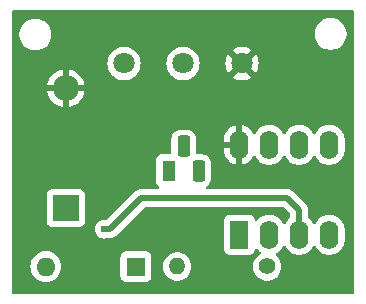
<source format=gbr>
%TF.GenerationSoftware,KiCad,Pcbnew,8.0.7*%
%TF.CreationDate,2025-02-24T23:57:51-05:00*%
%TF.ProjectId,pcb3,70636233-2e6b-4696-9361-645f70636258,rev?*%
%TF.SameCoordinates,Original*%
%TF.FileFunction,Copper,L2,Bot*%
%TF.FilePolarity,Positive*%
%FSLAX46Y46*%
G04 Gerber Fmt 4.6, Leading zero omitted, Abs format (unit mm)*
G04 Created by KiCad (PCBNEW 8.0.7) date 2025-02-24 23:57:51*
%MOMM*%
%LPD*%
G01*
G04 APERTURE LIST*
G04 Aperture macros list*
%AMRoundRect*
0 Rectangle with rounded corners*
0 $1 Rounding radius*
0 $2 $3 $4 $5 $6 $7 $8 $9 X,Y pos of 4 corners*
0 Add a 4 corners polygon primitive as box body*
4,1,4,$2,$3,$4,$5,$6,$7,$8,$9,$2,$3,0*
0 Add four circle primitives for the rounded corners*
1,1,$1+$1,$2,$3*
1,1,$1+$1,$4,$5*
1,1,$1+$1,$6,$7*
1,1,$1+$1,$8,$9*
0 Add four rect primitives between the rounded corners*
20,1,$1+$1,$2,$3,$4,$5,0*
20,1,$1+$1,$4,$5,$6,$7,0*
20,1,$1+$1,$6,$7,$8,$9,0*
20,1,$1+$1,$8,$9,$2,$3,0*%
G04 Aperture macros list end*
%TA.AperFunction,ComponentPad*%
%ADD10C,1.400000*%
%TD*%
%TA.AperFunction,ComponentPad*%
%ADD11O,1.400000X1.400000*%
%TD*%
%TA.AperFunction,ComponentPad*%
%ADD12R,1.600000X1.600000*%
%TD*%
%TA.AperFunction,ComponentPad*%
%ADD13O,1.600000X1.600000*%
%TD*%
%TA.AperFunction,ComponentPad*%
%ADD14R,2.200000X2.200000*%
%TD*%
%TA.AperFunction,ComponentPad*%
%ADD15O,2.200000X2.200000*%
%TD*%
%TA.AperFunction,ComponentPad*%
%ADD16R,1.100000X1.800000*%
%TD*%
%TA.AperFunction,ComponentPad*%
%ADD17RoundRect,0.275000X-0.275000X-0.625000X0.275000X-0.625000X0.275000X0.625000X-0.275000X0.625000X0*%
%TD*%
%TA.AperFunction,ComponentPad*%
%ADD18R,1.600000X2.400000*%
%TD*%
%TA.AperFunction,ComponentPad*%
%ADD19O,1.600000X2.400000*%
%TD*%
%TA.AperFunction,ComponentPad*%
%ADD20C,1.803400*%
%TD*%
%TA.AperFunction,ViaPad*%
%ADD21C,0.600000*%
%TD*%
%TA.AperFunction,Conductor*%
%ADD22C,0.508000*%
%TD*%
G04 APERTURE END LIST*
D10*
%TO.P,R4,1*%
%TO.N,Net-(U2A--)*%
X147130000Y-102180000D03*
D11*
%TO.P,R4,2*%
%TO.N,GND*%
X139510000Y-102180000D03*
%TD*%
D12*
%TO.P,D1,1,K*%
%TO.N,Net-(D1-K)*%
X136010000Y-102200000D03*
D13*
%TO.P,D1,2,A*%
%TO.N,GND*%
X128390000Y-102200000D03*
%TD*%
D14*
%TO.P,D2,1,K*%
%TO.N,Net-(D2-K)*%
X130070000Y-97260000D03*
D15*
%TO.P,D2,2,A*%
%TO.N,+5V*%
X130070000Y-87100000D03*
%TD*%
D16*
%TO.P,U1,1,VDD*%
%TO.N,Net-(D1-K)*%
X138800000Y-94100000D03*
D17*
%TO.P,U1,2,GND*%
%TO.N,GND*%
X140070000Y-92030000D03*
%TO.P,U1,3,OUT*%
%TO.N,Net-(U1-OUT)*%
X141340000Y-94100000D03*
%TD*%
D18*
%TO.P,U2,1*%
%TO.N,/OUT_5V*%
X144770000Y-99505000D03*
D19*
%TO.P,U2,2,-*%
%TO.N,Net-(U2A--)*%
X147310000Y-99505000D03*
%TO.P,U2,3,+*%
%TO.N,Net-(U2A-+)*%
X149850000Y-99505000D03*
%TO.P,U2,4,V-*%
%TO.N,GND*%
X152390000Y-99505000D03*
%TO.P,U2,5,+*%
%TO.N,unconnected-(U2B-+-Pad5)*%
X152390000Y-91885000D03*
%TO.P,U2,6,-*%
%TO.N,unconnected-(U2B---Pad6)*%
X149850000Y-91885000D03*
%TO.P,U2,7*%
%TO.N,unconnected-(U2-Pad7)*%
X147310000Y-91885000D03*
%TO.P,U2,8,V+*%
%TO.N,+5V*%
X144770000Y-91885000D03*
%TD*%
D20*
%TO.P,J1,1,Pin_1*%
%TO.N,+5V*%
X145000000Y-85000000D03*
%TO.P,J1,2,Pin_2*%
%TO.N,/OUT_5V*%
X140000000Y-85000000D03*
%TO.P,J1,3,Pin_3*%
%TO.N,GND*%
X135000000Y-85000000D03*
%TD*%
D21*
%TO.N,Net-(U2A-+)*%
X133320000Y-99030000D03*
%TO.N,+5V*%
X153020000Y-102180000D03*
X136475000Y-99475000D03*
%TD*%
D22*
%TO.N,Net-(U2A-+)*%
X133320000Y-99030000D02*
X133820000Y-99030000D01*
X136470000Y-96380000D02*
X148820000Y-96380000D01*
X148820000Y-96380000D02*
X149850000Y-97410000D01*
X133820000Y-99030000D02*
X136470000Y-96380000D01*
X149850000Y-97410000D02*
X149850000Y-99505000D01*
%TD*%
%TA.AperFunction,Conductor*%
%TO.N,+5V*%
G36*
X154442539Y-80520185D02*
G01*
X154488294Y-80572989D01*
X154499500Y-80624500D01*
X154499500Y-104375500D01*
X154479815Y-104442539D01*
X154427011Y-104488294D01*
X154375500Y-104499500D01*
X125624500Y-104499500D01*
X125557461Y-104479815D01*
X125511706Y-104427011D01*
X125500500Y-104375500D01*
X125500500Y-102199998D01*
X127084532Y-102199998D01*
X127084532Y-102200001D01*
X127104364Y-102426686D01*
X127104366Y-102426697D01*
X127163258Y-102646488D01*
X127163261Y-102646497D01*
X127259431Y-102852732D01*
X127259432Y-102852734D01*
X127389954Y-103039141D01*
X127550858Y-103200045D01*
X127550861Y-103200047D01*
X127737266Y-103330568D01*
X127943504Y-103426739D01*
X128163308Y-103485635D01*
X128325230Y-103499801D01*
X128389998Y-103505468D01*
X128390000Y-103505468D01*
X128390002Y-103505468D01*
X128446807Y-103500498D01*
X128616692Y-103485635D01*
X128836496Y-103426739D01*
X129042734Y-103330568D01*
X129229139Y-103200047D01*
X129390047Y-103039139D01*
X129520568Y-102852734D01*
X129616739Y-102646496D01*
X129675635Y-102426692D01*
X129695468Y-102200000D01*
X129675635Y-101973308D01*
X129616739Y-101753504D01*
X129520568Y-101547266D01*
X129422839Y-101407693D01*
X129390045Y-101360858D01*
X129381322Y-101352135D01*
X134709500Y-101352135D01*
X134709500Y-103047870D01*
X134709501Y-103047876D01*
X134715908Y-103107483D01*
X134766202Y-103242328D01*
X134766206Y-103242335D01*
X134852452Y-103357544D01*
X134852455Y-103357547D01*
X134967664Y-103443793D01*
X134967671Y-103443797D01*
X135102517Y-103494091D01*
X135102516Y-103494091D01*
X135109444Y-103494835D01*
X135162127Y-103500500D01*
X136857872Y-103500499D01*
X136917483Y-103494091D01*
X137052331Y-103443796D01*
X137167546Y-103357546D01*
X137253796Y-103242331D01*
X137304091Y-103107483D01*
X137310500Y-103047873D01*
X137310499Y-102179999D01*
X138304357Y-102179999D01*
X138304357Y-102180000D01*
X138324884Y-102401535D01*
X138324885Y-102401537D01*
X138385769Y-102615523D01*
X138385775Y-102615538D01*
X138484938Y-102814683D01*
X138484943Y-102814691D01*
X138619020Y-102992238D01*
X138783437Y-103142123D01*
X138783439Y-103142125D01*
X138972595Y-103259245D01*
X138972596Y-103259245D01*
X138972599Y-103259247D01*
X139180060Y-103339618D01*
X139398757Y-103380500D01*
X139398759Y-103380500D01*
X139621241Y-103380500D01*
X139621243Y-103380500D01*
X139839940Y-103339618D01*
X140047401Y-103259247D01*
X140236562Y-103142124D01*
X140400981Y-102992236D01*
X140535058Y-102814689D01*
X140634229Y-102615528D01*
X140695115Y-102401536D01*
X140715643Y-102180000D01*
X140695115Y-101958464D01*
X140634229Y-101744472D01*
X140536032Y-101547267D01*
X140535061Y-101545316D01*
X140535056Y-101545308D01*
X140400979Y-101367761D01*
X140236562Y-101217876D01*
X140236560Y-101217874D01*
X140047404Y-101100754D01*
X140047398Y-101100752D01*
X139839940Y-101020382D01*
X139621243Y-100979500D01*
X139398757Y-100979500D01*
X139180060Y-101020382D01*
X139060265Y-101066791D01*
X138972601Y-101100752D01*
X138972595Y-101100754D01*
X138783439Y-101217874D01*
X138783437Y-101217876D01*
X138619020Y-101367761D01*
X138484943Y-101545308D01*
X138484938Y-101545316D01*
X138385775Y-101744461D01*
X138385769Y-101744476D01*
X138324885Y-101958462D01*
X138324884Y-101958464D01*
X138304357Y-102179999D01*
X137310499Y-102179999D01*
X137310499Y-101352128D01*
X137304091Y-101292517D01*
X137289760Y-101254094D01*
X137253797Y-101157671D01*
X137253793Y-101157664D01*
X137167547Y-101042455D01*
X137167544Y-101042452D01*
X137052335Y-100956206D01*
X137052328Y-100956202D01*
X136917482Y-100905908D01*
X136917483Y-100905908D01*
X136857883Y-100899501D01*
X136857881Y-100899500D01*
X136857873Y-100899500D01*
X136857864Y-100899500D01*
X135162129Y-100899500D01*
X135162123Y-100899501D01*
X135102516Y-100905908D01*
X134967671Y-100956202D01*
X134967664Y-100956206D01*
X134852455Y-101042452D01*
X134852452Y-101042455D01*
X134766206Y-101157664D01*
X134766202Y-101157671D01*
X134715908Y-101292517D01*
X134709501Y-101352116D01*
X134709501Y-101352123D01*
X134709500Y-101352135D01*
X129381322Y-101352135D01*
X129229141Y-101199954D01*
X129042734Y-101069432D01*
X129042732Y-101069431D01*
X128836497Y-100973261D01*
X128836488Y-100973258D01*
X128616697Y-100914366D01*
X128616693Y-100914365D01*
X128616692Y-100914365D01*
X128616691Y-100914364D01*
X128616686Y-100914364D01*
X128390002Y-100894532D01*
X128389998Y-100894532D01*
X128163313Y-100914364D01*
X128163302Y-100914366D01*
X127943511Y-100973258D01*
X127943502Y-100973261D01*
X127737267Y-101069431D01*
X127737265Y-101069432D01*
X127550858Y-101199954D01*
X127389954Y-101360858D01*
X127259432Y-101547265D01*
X127259431Y-101547267D01*
X127163261Y-101753502D01*
X127163258Y-101753511D01*
X127104366Y-101973302D01*
X127104364Y-101973313D01*
X127084532Y-102199998D01*
X125500500Y-102199998D01*
X125500500Y-99029996D01*
X132514435Y-99029996D01*
X132514435Y-99030003D01*
X132534630Y-99209249D01*
X132534631Y-99209254D01*
X132594211Y-99379523D01*
X132690184Y-99532262D01*
X132817738Y-99659816D01*
X132879505Y-99698627D01*
X132970027Y-99755506D01*
X132970478Y-99755789D01*
X133072417Y-99791459D01*
X133140745Y-99815368D01*
X133140750Y-99815369D01*
X133319996Y-99835565D01*
X133320000Y-99835565D01*
X133320004Y-99835565D01*
X133499249Y-99815369D01*
X133499251Y-99815368D01*
X133499255Y-99815368D01*
X133499258Y-99815366D01*
X133499262Y-99815366D01*
X133567585Y-99791459D01*
X133608540Y-99784500D01*
X133739554Y-99784500D01*
X133739574Y-99784501D01*
X133745688Y-99784501D01*
X133894314Y-99784501D01*
X134015894Y-99760315D01*
X134015894Y-99760316D01*
X134015900Y-99760313D01*
X134040080Y-99755505D01*
X134113532Y-99725080D01*
X134177389Y-99698630D01*
X134300966Y-99616059D01*
X136746206Y-97170819D01*
X136807529Y-97137334D01*
X136833887Y-97134500D01*
X148456113Y-97134500D01*
X148523152Y-97154185D01*
X148543794Y-97170819D01*
X149059181Y-97686206D01*
X149092666Y-97747529D01*
X149095500Y-97773887D01*
X149095500Y-97982488D01*
X149075815Y-98049527D01*
X149044385Y-98082806D01*
X149002787Y-98113028D01*
X149002782Y-98113032D01*
X148858028Y-98257786D01*
X148737715Y-98423386D01*
X148690485Y-98516080D01*
X148642510Y-98566876D01*
X148574689Y-98583671D01*
X148508554Y-98561134D01*
X148469515Y-98516080D01*
X148468883Y-98514840D01*
X148422287Y-98423390D01*
X148405427Y-98400184D01*
X148301971Y-98257786D01*
X148157213Y-98113028D01*
X147991613Y-97992715D01*
X147991612Y-97992714D01*
X147991610Y-97992713D01*
X147934653Y-97963691D01*
X147809223Y-97899781D01*
X147614534Y-97836522D01*
X147439995Y-97808878D01*
X147412352Y-97804500D01*
X147207648Y-97804500D01*
X147183329Y-97808351D01*
X147005465Y-97836522D01*
X146810776Y-97899781D01*
X146628386Y-97992715D01*
X146462786Y-98113028D01*
X146318032Y-98257782D01*
X146291668Y-98294070D01*
X146236338Y-98336735D01*
X146166724Y-98342714D01*
X146104929Y-98310108D01*
X146070572Y-98249269D01*
X146068060Y-98234438D01*
X146067640Y-98230533D01*
X146064091Y-98197517D01*
X146013796Y-98062669D01*
X146013795Y-98062668D01*
X146013793Y-98062664D01*
X145927547Y-97947455D01*
X145927544Y-97947452D01*
X145812335Y-97861206D01*
X145812328Y-97861202D01*
X145677482Y-97810908D01*
X145677483Y-97810908D01*
X145617883Y-97804501D01*
X145617881Y-97804500D01*
X145617873Y-97804500D01*
X145617864Y-97804500D01*
X143922129Y-97804500D01*
X143922123Y-97804501D01*
X143862516Y-97810908D01*
X143727671Y-97861202D01*
X143727664Y-97861206D01*
X143612455Y-97947452D01*
X143612452Y-97947455D01*
X143526206Y-98062664D01*
X143526202Y-98062671D01*
X143475908Y-98197517D01*
X143469501Y-98257116D01*
X143469500Y-98257135D01*
X143469500Y-100752870D01*
X143469501Y-100752876D01*
X143475908Y-100812483D01*
X143526202Y-100947328D01*
X143526206Y-100947335D01*
X143612452Y-101062544D01*
X143612455Y-101062547D01*
X143727664Y-101148793D01*
X143727671Y-101148797D01*
X143862517Y-101199091D01*
X143862516Y-101199091D01*
X143869444Y-101199835D01*
X143922127Y-101205500D01*
X145617872Y-101205499D01*
X145677483Y-101199091D01*
X145812331Y-101148796D01*
X145927546Y-101062546D01*
X146013796Y-100947331D01*
X146064091Y-100812483D01*
X146068061Y-100775556D01*
X146094796Y-100711011D01*
X146152188Y-100671161D01*
X146222013Y-100668666D01*
X146282102Y-100704317D01*
X146291667Y-100715929D01*
X146318032Y-100752217D01*
X146462786Y-100896971D01*
X146524555Y-100941848D01*
X146567221Y-100997177D01*
X146573200Y-101066791D01*
X146540595Y-101128586D01*
X146516948Y-101147593D01*
X146403436Y-101217877D01*
X146239020Y-101367761D01*
X146104943Y-101545308D01*
X146104938Y-101545316D01*
X146005775Y-101744461D01*
X146005769Y-101744476D01*
X145944885Y-101958462D01*
X145944884Y-101958464D01*
X145924357Y-102179999D01*
X145924357Y-102180000D01*
X145944884Y-102401535D01*
X145944885Y-102401537D01*
X146005769Y-102615523D01*
X146005775Y-102615538D01*
X146104938Y-102814683D01*
X146104943Y-102814691D01*
X146239020Y-102992238D01*
X146403437Y-103142123D01*
X146403439Y-103142125D01*
X146592595Y-103259245D01*
X146592596Y-103259245D01*
X146592599Y-103259247D01*
X146800060Y-103339618D01*
X147018757Y-103380500D01*
X147018759Y-103380500D01*
X147241241Y-103380500D01*
X147241243Y-103380500D01*
X147459940Y-103339618D01*
X147667401Y-103259247D01*
X147856562Y-103142124D01*
X148020981Y-102992236D01*
X148155058Y-102814689D01*
X148254229Y-102615528D01*
X148315115Y-102401536D01*
X148335643Y-102180000D01*
X148315115Y-101958464D01*
X148254229Y-101744472D01*
X148156032Y-101547267D01*
X148155061Y-101545316D01*
X148155056Y-101545308D01*
X148020979Y-101367761D01*
X147896292Y-101254094D01*
X147860010Y-101194383D01*
X147861771Y-101124535D01*
X147901015Y-101066728D01*
X147923532Y-101051974D01*
X147991610Y-101017287D01*
X148052211Y-100973258D01*
X148157213Y-100896971D01*
X148157215Y-100896968D01*
X148157219Y-100896966D01*
X148301966Y-100752219D01*
X148301968Y-100752215D01*
X148301971Y-100752213D01*
X148422284Y-100586614D01*
X148422285Y-100586613D01*
X148422287Y-100586610D01*
X148469516Y-100493917D01*
X148517489Y-100443123D01*
X148585310Y-100426328D01*
X148651445Y-100448865D01*
X148690485Y-100493919D01*
X148737715Y-100586614D01*
X148858028Y-100752213D01*
X149002786Y-100896971D01*
X149116380Y-100979500D01*
X149168390Y-101017287D01*
X149265547Y-101066791D01*
X149350776Y-101110218D01*
X149350778Y-101110218D01*
X149350781Y-101110220D01*
X149455137Y-101144127D01*
X149545465Y-101173477D01*
X149646557Y-101189488D01*
X149747648Y-101205500D01*
X149747649Y-101205500D01*
X149952351Y-101205500D01*
X149952352Y-101205500D01*
X150154534Y-101173477D01*
X150349219Y-101110220D01*
X150531610Y-101017287D01*
X150673270Y-100914366D01*
X150697213Y-100896971D01*
X150697215Y-100896968D01*
X150697219Y-100896966D01*
X150841966Y-100752219D01*
X150841968Y-100752215D01*
X150841971Y-100752213D01*
X150962284Y-100586614D01*
X150962285Y-100586613D01*
X150962287Y-100586610D01*
X151009516Y-100493917D01*
X151057489Y-100443123D01*
X151125310Y-100426328D01*
X151191445Y-100448865D01*
X151230485Y-100493919D01*
X151277715Y-100586614D01*
X151398028Y-100752213D01*
X151542786Y-100896971D01*
X151656380Y-100979500D01*
X151708390Y-101017287D01*
X151805547Y-101066791D01*
X151890776Y-101110218D01*
X151890778Y-101110218D01*
X151890781Y-101110220D01*
X151995137Y-101144127D01*
X152085465Y-101173477D01*
X152186557Y-101189488D01*
X152287648Y-101205500D01*
X152287649Y-101205500D01*
X152492351Y-101205500D01*
X152492352Y-101205500D01*
X152694534Y-101173477D01*
X152889219Y-101110220D01*
X153071610Y-101017287D01*
X153213270Y-100914366D01*
X153237213Y-100896971D01*
X153237215Y-100896968D01*
X153237219Y-100896966D01*
X153381966Y-100752219D01*
X153381968Y-100752215D01*
X153381971Y-100752213D01*
X153442670Y-100668666D01*
X153502287Y-100586610D01*
X153595220Y-100404219D01*
X153658477Y-100209534D01*
X153690500Y-100007352D01*
X153690500Y-99002648D01*
X153667986Y-98860500D01*
X153658477Y-98800465D01*
X153629127Y-98710137D01*
X153595220Y-98605781D01*
X153595218Y-98605778D01*
X153595218Y-98605776D01*
X153555455Y-98527738D01*
X153502287Y-98423390D01*
X153485427Y-98400184D01*
X153381971Y-98257786D01*
X153237213Y-98113028D01*
X153071613Y-97992715D01*
X153071612Y-97992714D01*
X153071610Y-97992713D01*
X153014653Y-97963691D01*
X152889223Y-97899781D01*
X152694534Y-97836522D01*
X152519995Y-97808878D01*
X152492352Y-97804500D01*
X152287648Y-97804500D01*
X152263329Y-97808351D01*
X152085465Y-97836522D01*
X151890776Y-97899781D01*
X151708386Y-97992715D01*
X151542786Y-98113028D01*
X151398028Y-98257786D01*
X151277715Y-98423386D01*
X151230485Y-98516080D01*
X151182510Y-98566876D01*
X151114689Y-98583671D01*
X151048554Y-98561134D01*
X151009515Y-98516080D01*
X151008883Y-98514840D01*
X150962287Y-98423390D01*
X150945427Y-98400184D01*
X150841971Y-98257786D01*
X150697217Y-98113032D01*
X150697212Y-98113028D01*
X150655615Y-98082806D01*
X150612949Y-98027476D01*
X150604500Y-97982488D01*
X150604500Y-97490446D01*
X150604501Y-97490425D01*
X150604501Y-97335685D01*
X150575506Y-97189926D01*
X150575505Y-97189925D01*
X150575505Y-97189921D01*
X150518630Y-97052611D01*
X150436059Y-96929034D01*
X150436057Y-96929031D01*
X149300968Y-95793942D01*
X149259773Y-95766417D01*
X149177389Y-95711370D01*
X149177386Y-95711368D01*
X149177385Y-95711368D01*
X149096955Y-95678053D01*
X149040080Y-95654495D01*
X149015894Y-95649684D01*
X148894314Y-95625499D01*
X148894312Y-95625499D01*
X148745688Y-95625499D01*
X148739574Y-95625499D01*
X148739554Y-95625500D01*
X142069894Y-95625500D01*
X142002855Y-95605815D01*
X141957100Y-95553011D01*
X141947156Y-95483853D01*
X141976181Y-95420297D01*
X142003923Y-95396506D01*
X142101573Y-95335149D01*
X142101573Y-95335148D01*
X142101576Y-95335147D01*
X142225147Y-95211576D01*
X142318122Y-95063606D01*
X142375841Y-94898657D01*
X142390500Y-94768552D01*
X142390500Y-93431448D01*
X142375841Y-93301343D01*
X142318122Y-93136394D01*
X142225147Y-92988424D01*
X142101576Y-92864853D01*
X141953606Y-92771878D01*
X141953605Y-92771877D01*
X141953604Y-92771877D01*
X141788658Y-92714159D01*
X141788648Y-92714157D01*
X141658558Y-92699500D01*
X141658552Y-92699500D01*
X141244500Y-92699500D01*
X141177461Y-92679815D01*
X141131706Y-92627011D01*
X141120500Y-92575500D01*
X141120500Y-91382682D01*
X143470000Y-91382682D01*
X143470000Y-91635000D01*
X144454314Y-91635000D01*
X144449920Y-91639394D01*
X144397259Y-91730606D01*
X144370000Y-91832339D01*
X144370000Y-91937661D01*
X144397259Y-92039394D01*
X144449920Y-92130606D01*
X144454314Y-92135000D01*
X143470000Y-92135000D01*
X143470000Y-92387317D01*
X143502009Y-92589417D01*
X143565244Y-92784031D01*
X143658140Y-92966349D01*
X143778417Y-93131894D01*
X143778417Y-93131895D01*
X143923104Y-93276582D01*
X144088650Y-93396859D01*
X144270968Y-93489754D01*
X144465578Y-93552988D01*
X144520000Y-93561607D01*
X144520000Y-92200686D01*
X144524394Y-92205080D01*
X144615606Y-92257741D01*
X144717339Y-92285000D01*
X144822661Y-92285000D01*
X144924394Y-92257741D01*
X145015606Y-92205080D01*
X145020000Y-92200686D01*
X145020000Y-93561606D01*
X145074421Y-93552988D01*
X145269031Y-93489754D01*
X145451349Y-93396859D01*
X145616894Y-93276582D01*
X145616895Y-93276582D01*
X145761582Y-93131895D01*
X145761582Y-93131894D01*
X145881861Y-92966347D01*
X145929234Y-92873371D01*
X145977208Y-92822575D01*
X146045028Y-92805779D01*
X146111164Y-92828316D01*
X146150203Y-92873369D01*
X146197713Y-92966611D01*
X146318028Y-93132213D01*
X146462786Y-93276971D01*
X146617749Y-93389556D01*
X146628390Y-93397287D01*
X146732208Y-93450185D01*
X146810776Y-93490218D01*
X146810778Y-93490218D01*
X146810781Y-93490220D01*
X146915137Y-93524127D01*
X147005465Y-93553477D01*
X147106557Y-93569488D01*
X147207648Y-93585500D01*
X147207649Y-93585500D01*
X147412351Y-93585500D01*
X147412352Y-93585500D01*
X147614534Y-93553477D01*
X147809219Y-93490220D01*
X147991610Y-93397287D01*
X148123667Y-93301343D01*
X148157213Y-93276971D01*
X148157215Y-93276968D01*
X148157219Y-93276966D01*
X148301966Y-93132219D01*
X148301968Y-93132215D01*
X148301971Y-93132213D01*
X148422284Y-92966614D01*
X148422286Y-92966611D01*
X148422287Y-92966610D01*
X148469516Y-92873917D01*
X148517489Y-92823123D01*
X148585310Y-92806328D01*
X148651445Y-92828865D01*
X148690485Y-92873919D01*
X148737715Y-92966614D01*
X148858028Y-93132213D01*
X149002786Y-93276971D01*
X149157749Y-93389556D01*
X149168390Y-93397287D01*
X149272208Y-93450185D01*
X149350776Y-93490218D01*
X149350778Y-93490218D01*
X149350781Y-93490220D01*
X149455137Y-93524127D01*
X149545465Y-93553477D01*
X149646557Y-93569488D01*
X149747648Y-93585500D01*
X149747649Y-93585500D01*
X149952351Y-93585500D01*
X149952352Y-93585500D01*
X150154534Y-93553477D01*
X150349219Y-93490220D01*
X150531610Y-93397287D01*
X150663667Y-93301343D01*
X150697213Y-93276971D01*
X150697215Y-93276968D01*
X150697219Y-93276966D01*
X150841966Y-93132219D01*
X150841968Y-93132215D01*
X150841971Y-93132213D01*
X150962284Y-92966614D01*
X150962286Y-92966611D01*
X150962287Y-92966610D01*
X151009516Y-92873917D01*
X151057489Y-92823123D01*
X151125310Y-92806328D01*
X151191445Y-92828865D01*
X151230485Y-92873919D01*
X151277715Y-92966614D01*
X151398028Y-93132213D01*
X151542786Y-93276971D01*
X151697749Y-93389556D01*
X151708390Y-93397287D01*
X151812208Y-93450185D01*
X151890776Y-93490218D01*
X151890778Y-93490218D01*
X151890781Y-93490220D01*
X151995137Y-93524127D01*
X152085465Y-93553477D01*
X152186557Y-93569488D01*
X152287648Y-93585500D01*
X152287649Y-93585500D01*
X152492351Y-93585500D01*
X152492352Y-93585500D01*
X152694534Y-93553477D01*
X152889219Y-93490220D01*
X153071610Y-93397287D01*
X153203667Y-93301343D01*
X153237213Y-93276971D01*
X153237215Y-93276968D01*
X153237219Y-93276966D01*
X153381966Y-93132219D01*
X153381968Y-93132215D01*
X153381971Y-93132213D01*
X153486438Y-92988424D01*
X153502287Y-92966610D01*
X153595220Y-92784219D01*
X153658477Y-92589534D01*
X153690500Y-92387352D01*
X153690500Y-91382648D01*
X153660000Y-91190081D01*
X153658477Y-91180465D01*
X153621413Y-91066394D01*
X153595220Y-90985781D01*
X153595218Y-90985778D01*
X153595218Y-90985776D01*
X153502419Y-90803650D01*
X153502287Y-90803390D01*
X153494556Y-90792749D01*
X153381971Y-90637786D01*
X153237213Y-90493028D01*
X153071613Y-90372715D01*
X153071612Y-90372714D01*
X153071610Y-90372713D01*
X153014653Y-90343691D01*
X152889223Y-90279781D01*
X152694534Y-90216522D01*
X152519995Y-90188878D01*
X152492352Y-90184500D01*
X152287648Y-90184500D01*
X152263329Y-90188351D01*
X152085465Y-90216522D01*
X151890776Y-90279781D01*
X151708386Y-90372715D01*
X151542786Y-90493028D01*
X151398028Y-90637786D01*
X151277715Y-90803386D01*
X151230485Y-90896080D01*
X151182510Y-90946876D01*
X151114689Y-90963671D01*
X151048554Y-90941134D01*
X151009515Y-90896080D01*
X150962419Y-90803650D01*
X150962287Y-90803390D01*
X150954556Y-90792749D01*
X150841971Y-90637786D01*
X150697213Y-90493028D01*
X150531613Y-90372715D01*
X150531612Y-90372714D01*
X150531610Y-90372713D01*
X150474653Y-90343691D01*
X150349223Y-90279781D01*
X150154534Y-90216522D01*
X149979995Y-90188878D01*
X149952352Y-90184500D01*
X149747648Y-90184500D01*
X149723329Y-90188351D01*
X149545465Y-90216522D01*
X149350776Y-90279781D01*
X149168386Y-90372715D01*
X149002786Y-90493028D01*
X148858028Y-90637786D01*
X148737715Y-90803386D01*
X148690485Y-90896080D01*
X148642510Y-90946876D01*
X148574689Y-90963671D01*
X148508554Y-90941134D01*
X148469515Y-90896080D01*
X148422419Y-90803650D01*
X148422287Y-90803390D01*
X148414556Y-90792749D01*
X148301971Y-90637786D01*
X148157213Y-90493028D01*
X147991613Y-90372715D01*
X147991612Y-90372714D01*
X147991610Y-90372713D01*
X147934653Y-90343691D01*
X147809223Y-90279781D01*
X147614534Y-90216522D01*
X147439995Y-90188878D01*
X147412352Y-90184500D01*
X147207648Y-90184500D01*
X147183329Y-90188351D01*
X147005465Y-90216522D01*
X146810776Y-90279781D01*
X146628386Y-90372715D01*
X146462786Y-90493028D01*
X146318028Y-90637786D01*
X146197713Y-90803388D01*
X146150203Y-90896630D01*
X146102228Y-90947426D01*
X146034407Y-90964220D01*
X145968272Y-90941682D01*
X145929234Y-90896628D01*
X145881861Y-90803652D01*
X145761582Y-90638105D01*
X145761582Y-90638104D01*
X145616895Y-90493417D01*
X145451349Y-90373140D01*
X145269029Y-90280244D01*
X145074413Y-90217009D01*
X145020000Y-90208390D01*
X145020000Y-91569314D01*
X145015606Y-91564920D01*
X144924394Y-91512259D01*
X144822661Y-91485000D01*
X144717339Y-91485000D01*
X144615606Y-91512259D01*
X144524394Y-91564920D01*
X144520000Y-91569314D01*
X144520000Y-90208390D01*
X144465586Y-90217009D01*
X144270970Y-90280244D01*
X144088650Y-90373140D01*
X143923105Y-90493417D01*
X143923104Y-90493417D01*
X143778417Y-90638104D01*
X143778417Y-90638105D01*
X143658140Y-90803650D01*
X143565244Y-90985968D01*
X143502009Y-91180582D01*
X143470000Y-91382682D01*
X141120500Y-91382682D01*
X141120500Y-91361445D01*
X141120499Y-91361441D01*
X141105842Y-91231351D01*
X141105841Y-91231349D01*
X141105841Y-91231343D01*
X141048122Y-91066394D01*
X140955147Y-90918424D01*
X140831576Y-90794853D01*
X140683606Y-90701878D01*
X140683605Y-90701877D01*
X140683604Y-90701877D01*
X140518658Y-90644159D01*
X140518648Y-90644157D01*
X140388558Y-90629500D01*
X140388552Y-90629500D01*
X139751448Y-90629500D01*
X139751441Y-90629500D01*
X139621351Y-90644157D01*
X139621341Y-90644159D01*
X139456395Y-90701877D01*
X139308423Y-90794853D01*
X139184853Y-90918423D01*
X139091877Y-91066395D01*
X139034159Y-91231341D01*
X139034157Y-91231351D01*
X139019500Y-91361441D01*
X139019500Y-92575500D01*
X138999815Y-92642539D01*
X138947011Y-92688294D01*
X138895500Y-92699500D01*
X138202129Y-92699500D01*
X138202123Y-92699501D01*
X138142516Y-92705908D01*
X138007671Y-92756202D01*
X138007664Y-92756206D01*
X137892455Y-92842452D01*
X137892452Y-92842455D01*
X137806206Y-92957664D01*
X137806202Y-92957671D01*
X137755908Y-93092517D01*
X137749501Y-93152116D01*
X137749500Y-93152135D01*
X137749500Y-95047870D01*
X137749501Y-95047876D01*
X137755908Y-95107483D01*
X137806202Y-95242328D01*
X137806206Y-95242335D01*
X137875358Y-95334709D01*
X137892454Y-95357546D01*
X137952150Y-95402234D01*
X137994020Y-95458167D01*
X137999004Y-95527859D01*
X137965519Y-95589182D01*
X137904195Y-95622666D01*
X137877838Y-95625500D01*
X136550446Y-95625500D01*
X136550426Y-95625499D01*
X136544312Y-95625499D01*
X136395688Y-95625499D01*
X136395686Y-95625499D01*
X136274105Y-95649684D01*
X136259540Y-95652581D01*
X136249918Y-95654495D01*
X136249917Y-95654495D01*
X136193045Y-95678053D01*
X136112614Y-95711368D01*
X135989031Y-95793942D01*
X133576609Y-98206364D01*
X133515286Y-98239849D01*
X133475045Y-98241903D01*
X133320004Y-98224435D01*
X133319996Y-98224435D01*
X133140750Y-98244630D01*
X133140745Y-98244631D01*
X132970476Y-98304211D01*
X132817737Y-98400184D01*
X132690184Y-98527737D01*
X132594211Y-98680476D01*
X132534631Y-98850745D01*
X132534630Y-98850750D01*
X132514435Y-99029996D01*
X125500500Y-99029996D01*
X125500500Y-96112135D01*
X128469500Y-96112135D01*
X128469500Y-98407870D01*
X128469501Y-98407876D01*
X128475908Y-98467483D01*
X128526202Y-98602328D01*
X128526206Y-98602335D01*
X128612452Y-98717544D01*
X128612455Y-98717547D01*
X128727664Y-98803793D01*
X128727671Y-98803797D01*
X128862517Y-98854091D01*
X128862516Y-98854091D01*
X128869444Y-98854835D01*
X128922127Y-98860500D01*
X131217872Y-98860499D01*
X131277483Y-98854091D01*
X131412331Y-98803796D01*
X131527546Y-98717546D01*
X131613796Y-98602331D01*
X131664091Y-98467483D01*
X131670500Y-98407873D01*
X131670499Y-96112128D01*
X131664091Y-96052517D01*
X131613796Y-95917669D01*
X131613795Y-95917668D01*
X131613793Y-95917664D01*
X131527547Y-95802455D01*
X131527544Y-95802452D01*
X131412335Y-95716206D01*
X131412328Y-95716202D01*
X131277482Y-95665908D01*
X131277483Y-95665908D01*
X131217883Y-95659501D01*
X131217881Y-95659500D01*
X131217873Y-95659500D01*
X131217864Y-95659500D01*
X128922129Y-95659500D01*
X128922123Y-95659501D01*
X128862516Y-95665908D01*
X128727671Y-95716202D01*
X128727664Y-95716206D01*
X128612455Y-95802452D01*
X128612452Y-95802455D01*
X128526206Y-95917664D01*
X128526202Y-95917671D01*
X128475908Y-96052517D01*
X128469501Y-96112116D01*
X128469501Y-96112123D01*
X128469500Y-96112135D01*
X125500500Y-96112135D01*
X125500500Y-86849999D01*
X128484728Y-86849999D01*
X128484729Y-86850000D01*
X129579252Y-86850000D01*
X129557482Y-86887708D01*
X129520000Y-87027591D01*
X129520000Y-87172409D01*
X129557482Y-87312292D01*
X129579252Y-87350000D01*
X128484728Y-87350000D01*
X128484811Y-87351067D01*
X128543603Y-87595956D01*
X128639980Y-87828631D01*
X128771568Y-88043362D01*
X128771571Y-88043367D01*
X128935130Y-88234869D01*
X129126632Y-88398428D01*
X129126637Y-88398431D01*
X129341368Y-88530019D01*
X129574043Y-88626396D01*
X129818932Y-88685188D01*
X129819999Y-88685271D01*
X129820000Y-88685271D01*
X129820000Y-87590747D01*
X129857708Y-87612518D01*
X129997591Y-87650000D01*
X130142409Y-87650000D01*
X130282292Y-87612518D01*
X130320000Y-87590747D01*
X130320000Y-88685271D01*
X130321067Y-88685188D01*
X130565956Y-88626396D01*
X130798631Y-88530019D01*
X131013362Y-88398431D01*
X131013367Y-88398428D01*
X131204869Y-88234869D01*
X131368428Y-88043367D01*
X131368431Y-88043362D01*
X131500019Y-87828631D01*
X131596396Y-87595956D01*
X131655188Y-87351067D01*
X131655272Y-87350000D01*
X130560748Y-87350000D01*
X130582518Y-87312292D01*
X130620000Y-87172409D01*
X130620000Y-87027591D01*
X130582518Y-86887708D01*
X130560748Y-86850000D01*
X131655271Y-86850000D01*
X131655271Y-86849999D01*
X131655188Y-86848932D01*
X131596396Y-86604043D01*
X131500019Y-86371368D01*
X131368431Y-86156637D01*
X131368428Y-86156632D01*
X131204869Y-85965130D01*
X131013367Y-85801571D01*
X131013362Y-85801568D01*
X130798631Y-85669980D01*
X130565956Y-85573603D01*
X130321064Y-85514811D01*
X130320000Y-85514726D01*
X130320000Y-86609252D01*
X130282292Y-86587482D01*
X130142409Y-86550000D01*
X129997591Y-86550000D01*
X129857708Y-86587482D01*
X129820000Y-86609252D01*
X129820000Y-85514726D01*
X129818935Y-85514811D01*
X129574043Y-85573603D01*
X129341368Y-85669980D01*
X129126637Y-85801568D01*
X129126632Y-85801571D01*
X128935130Y-85965130D01*
X128771571Y-86156632D01*
X128771568Y-86156637D01*
X128639980Y-86371368D01*
X128543603Y-86604043D01*
X128484811Y-86848932D01*
X128484728Y-86849999D01*
X125500500Y-86849999D01*
X125500500Y-84999994D01*
X133592994Y-84999994D01*
X133592994Y-85000005D01*
X133612183Y-85231582D01*
X133669229Y-85456854D01*
X133762575Y-85669662D01*
X133889673Y-85864198D01*
X133889675Y-85864201D01*
X134047061Y-86035168D01*
X134047064Y-86035170D01*
X134047067Y-86035173D01*
X134230432Y-86177892D01*
X134230438Y-86177896D01*
X134230441Y-86177898D01*
X134434812Y-86288499D01*
X134654600Y-86363952D01*
X134883810Y-86402200D01*
X135116190Y-86402200D01*
X135345400Y-86363952D01*
X135565188Y-86288499D01*
X135769559Y-86177898D01*
X135770098Y-86177479D01*
X135831138Y-86129969D01*
X135952939Y-86035168D01*
X136110325Y-85864201D01*
X136237425Y-85669661D01*
X136330771Y-85456854D01*
X136387816Y-85231586D01*
X136407006Y-85000000D01*
X136407006Y-84999994D01*
X138592994Y-84999994D01*
X138592994Y-85000005D01*
X138612183Y-85231582D01*
X138669229Y-85456854D01*
X138762575Y-85669662D01*
X138889673Y-85864198D01*
X138889675Y-85864201D01*
X139047061Y-86035168D01*
X139047064Y-86035170D01*
X139047067Y-86035173D01*
X139230432Y-86177892D01*
X139230438Y-86177896D01*
X139230441Y-86177898D01*
X139434812Y-86288499D01*
X139654600Y-86363952D01*
X139883810Y-86402200D01*
X140116190Y-86402200D01*
X140345400Y-86363952D01*
X140565188Y-86288499D01*
X140769559Y-86177898D01*
X140770098Y-86177479D01*
X140831138Y-86129969D01*
X140952939Y-86035168D01*
X141110325Y-85864201D01*
X141237425Y-85669661D01*
X141330771Y-85456854D01*
X141387816Y-85231586D01*
X141407006Y-85000000D01*
X141407006Y-84999994D01*
X143593496Y-84999994D01*
X143593496Y-85000005D01*
X143612678Y-85231499D01*
X143669704Y-85456691D01*
X143763016Y-85669421D01*
X143847584Y-85798862D01*
X144400718Y-85245727D01*
X144426016Y-85306801D01*
X144496899Y-85412885D01*
X144587115Y-85503101D01*
X144693199Y-85573984D01*
X144754271Y-85599281D01*
X144199989Y-86153562D01*
X144199989Y-86153563D01*
X144230712Y-86177476D01*
X144230717Y-86177479D01*
X144435007Y-86288035D01*
X144435017Y-86288040D01*
X144654721Y-86363464D01*
X144883853Y-86401700D01*
X145116147Y-86401700D01*
X145345278Y-86363464D01*
X145564982Y-86288040D01*
X145564992Y-86288035D01*
X145769281Y-86177480D01*
X145769287Y-86177475D01*
X145800009Y-86153563D01*
X145800010Y-86153562D01*
X145245728Y-85599281D01*
X145306801Y-85573984D01*
X145412885Y-85503101D01*
X145503101Y-85412885D01*
X145573984Y-85306801D01*
X145599280Y-85245728D01*
X146152414Y-85798862D01*
X146236982Y-85669423D01*
X146330295Y-85456691D01*
X146387321Y-85231499D01*
X146406504Y-85000005D01*
X146406504Y-84999994D01*
X146387321Y-84768500D01*
X146330295Y-84543308D01*
X146236984Y-84330581D01*
X146152414Y-84201136D01*
X145599280Y-84754270D01*
X145573984Y-84693199D01*
X145503101Y-84587115D01*
X145412885Y-84496899D01*
X145306801Y-84426016D01*
X145245726Y-84400718D01*
X145800009Y-83846436D01*
X145800009Y-83846434D01*
X145769293Y-83822527D01*
X145769282Y-83822520D01*
X145564992Y-83711964D01*
X145564982Y-83711959D01*
X145345278Y-83636535D01*
X145116147Y-83598300D01*
X144883853Y-83598300D01*
X144654721Y-83636535D01*
X144435017Y-83711959D01*
X144435012Y-83711961D01*
X144230707Y-83822527D01*
X144199989Y-83846434D01*
X144199988Y-83846436D01*
X144754271Y-84400718D01*
X144693199Y-84426016D01*
X144587115Y-84496899D01*
X144496899Y-84587115D01*
X144426016Y-84693199D01*
X144400718Y-84754272D01*
X143847583Y-84201137D01*
X143763016Y-84330578D01*
X143669704Y-84543308D01*
X143612678Y-84768500D01*
X143593496Y-84999994D01*
X141407006Y-84999994D01*
X141387816Y-84768414D01*
X141330771Y-84543146D01*
X141237425Y-84330339D01*
X141110325Y-84135799D01*
X140952939Y-83964832D01*
X140952934Y-83964828D01*
X140952932Y-83964826D01*
X140769567Y-83822107D01*
X140769561Y-83822103D01*
X140565188Y-83711501D01*
X140565180Y-83711498D01*
X140345402Y-83636048D01*
X140116190Y-83597800D01*
X139883810Y-83597800D01*
X139654597Y-83636048D01*
X139434819Y-83711498D01*
X139434811Y-83711501D01*
X139230438Y-83822103D01*
X139230432Y-83822107D01*
X139047067Y-83964826D01*
X139047064Y-83964829D01*
X138889676Y-84135797D01*
X138889673Y-84135801D01*
X138762575Y-84330337D01*
X138669229Y-84543145D01*
X138612183Y-84768417D01*
X138592994Y-84999994D01*
X136407006Y-84999994D01*
X136387816Y-84768414D01*
X136330771Y-84543146D01*
X136237425Y-84330339D01*
X136110325Y-84135799D01*
X135952939Y-83964832D01*
X135952934Y-83964828D01*
X135952932Y-83964826D01*
X135769567Y-83822107D01*
X135769561Y-83822103D01*
X135565188Y-83711501D01*
X135565180Y-83711498D01*
X135345402Y-83636048D01*
X135116190Y-83597800D01*
X134883810Y-83597800D01*
X134654597Y-83636048D01*
X134434819Y-83711498D01*
X134434811Y-83711501D01*
X134230438Y-83822103D01*
X134230432Y-83822107D01*
X134047067Y-83964826D01*
X134047064Y-83964829D01*
X133889676Y-84135797D01*
X133889673Y-84135801D01*
X133762575Y-84330337D01*
X133669229Y-84543145D01*
X133612183Y-84768417D01*
X133592994Y-84999994D01*
X125500500Y-84999994D01*
X125500500Y-82443713D01*
X126149500Y-82443713D01*
X126149500Y-82656286D01*
X126182753Y-82866239D01*
X126248444Y-83068414D01*
X126344951Y-83257820D01*
X126469890Y-83429786D01*
X126620213Y-83580109D01*
X126792179Y-83705048D01*
X126792181Y-83705049D01*
X126792184Y-83705051D01*
X126981588Y-83801557D01*
X127183757Y-83867246D01*
X127393713Y-83900500D01*
X127393714Y-83900500D01*
X127606286Y-83900500D01*
X127606287Y-83900500D01*
X127816243Y-83867246D01*
X128018412Y-83801557D01*
X128207816Y-83705051D01*
X128302121Y-83636535D01*
X128379786Y-83580109D01*
X128379788Y-83580106D01*
X128379792Y-83580104D01*
X128530104Y-83429792D01*
X128530106Y-83429788D01*
X128530109Y-83429786D01*
X128655048Y-83257820D01*
X128655047Y-83257820D01*
X128655051Y-83257816D01*
X128751557Y-83068412D01*
X128817246Y-82866243D01*
X128850500Y-82656287D01*
X128850500Y-82443713D01*
X128842581Y-82393713D01*
X151149500Y-82393713D01*
X151149500Y-82606286D01*
X151182753Y-82816239D01*
X151248444Y-83018414D01*
X151344951Y-83207820D01*
X151469890Y-83379786D01*
X151620213Y-83530109D01*
X151792179Y-83655048D01*
X151792181Y-83655049D01*
X151792184Y-83655051D01*
X151981588Y-83751557D01*
X152183757Y-83817246D01*
X152393713Y-83850500D01*
X152393714Y-83850500D01*
X152606286Y-83850500D01*
X152606287Y-83850500D01*
X152816243Y-83817246D01*
X153018412Y-83751557D01*
X153207816Y-83655051D01*
X153310966Y-83580109D01*
X153379786Y-83530109D01*
X153379788Y-83530106D01*
X153379792Y-83530104D01*
X153530104Y-83379792D01*
X153530106Y-83379788D01*
X153530109Y-83379786D01*
X153655048Y-83207820D01*
X153655047Y-83207820D01*
X153655051Y-83207816D01*
X153751557Y-83018412D01*
X153817246Y-82816243D01*
X153850500Y-82606287D01*
X153850500Y-82393713D01*
X153817246Y-82183757D01*
X153751557Y-81981588D01*
X153655051Y-81792184D01*
X153655049Y-81792181D01*
X153655048Y-81792179D01*
X153530109Y-81620213D01*
X153379786Y-81469890D01*
X153207820Y-81344951D01*
X153018414Y-81248444D01*
X153018413Y-81248443D01*
X153018412Y-81248443D01*
X152816243Y-81182754D01*
X152816241Y-81182753D01*
X152816240Y-81182753D01*
X152654957Y-81157208D01*
X152606287Y-81149500D01*
X152393713Y-81149500D01*
X152345042Y-81157208D01*
X152183760Y-81182753D01*
X151981585Y-81248444D01*
X151792179Y-81344951D01*
X151620213Y-81469890D01*
X151469890Y-81620213D01*
X151344951Y-81792179D01*
X151248444Y-81981585D01*
X151182753Y-82183760D01*
X151149500Y-82393713D01*
X128842581Y-82393713D01*
X128817246Y-82233757D01*
X128751557Y-82031588D01*
X128655051Y-81842184D01*
X128655049Y-81842181D01*
X128655048Y-81842179D01*
X128530109Y-81670213D01*
X128379786Y-81519890D01*
X128207820Y-81394951D01*
X128018414Y-81298444D01*
X128018413Y-81298443D01*
X128018412Y-81298443D01*
X127816243Y-81232754D01*
X127816241Y-81232753D01*
X127816240Y-81232753D01*
X127654957Y-81207208D01*
X127606287Y-81199500D01*
X127393713Y-81199500D01*
X127345042Y-81207208D01*
X127183760Y-81232753D01*
X126981585Y-81298444D01*
X126792179Y-81394951D01*
X126620213Y-81519890D01*
X126469890Y-81670213D01*
X126344951Y-81842179D01*
X126248444Y-82031585D01*
X126182753Y-82233760D01*
X126149500Y-82443713D01*
X125500500Y-82443713D01*
X125500500Y-80624500D01*
X125520185Y-80557461D01*
X125572989Y-80511706D01*
X125624500Y-80500500D01*
X154375500Y-80500500D01*
X154442539Y-80520185D01*
G37*
%TD.AperFunction*%
%TD*%
M02*

</source>
